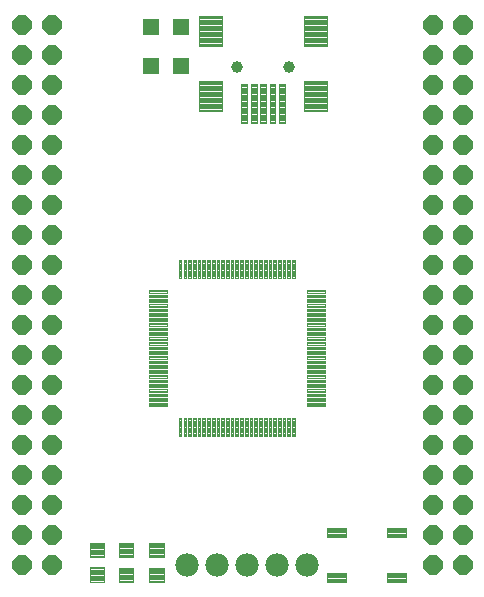
<source format=gts>
G75*
G70*
%OFA0B0*%
%FSLAX24Y24*%
%IPPOS*%
%LPD*%
%AMOC8*
5,1,8,0,0,1.08239X$1,22.5*
%
%ADD10C,0.0040*%
%ADD11C,0.0041*%
%ADD12C,0.0040*%
%ADD13C,0.0394*%
%ADD14C,0.0780*%
%ADD15R,0.0555X0.0555*%
%ADD16OC8,0.0640*%
%ADD17C,0.0041*%
%ADD18C,0.0041*%
D10*
X006792Y010419D02*
X006792Y011009D01*
X006882Y011009D01*
X006882Y010419D01*
X006792Y010419D01*
X006792Y010458D02*
X006882Y010458D01*
X006882Y010497D02*
X006792Y010497D01*
X006792Y010536D02*
X006882Y010536D01*
X006882Y010575D02*
X006792Y010575D01*
X006792Y010614D02*
X006882Y010614D01*
X006882Y010653D02*
X006792Y010653D01*
X006792Y010692D02*
X006882Y010692D01*
X006882Y010731D02*
X006792Y010731D01*
X006792Y010770D02*
X006882Y010770D01*
X006882Y010809D02*
X006792Y010809D01*
X006792Y010848D02*
X006882Y010848D01*
X006882Y010887D02*
X006792Y010887D01*
X006792Y010926D02*
X006882Y010926D01*
X006882Y010965D02*
X006792Y010965D01*
X006792Y011004D02*
X006882Y011004D01*
X006950Y011009D02*
X006950Y010419D01*
X006950Y011009D02*
X007040Y011009D01*
X007040Y010419D01*
X006950Y010419D01*
X006950Y010458D02*
X007040Y010458D01*
X007040Y010497D02*
X006950Y010497D01*
X006950Y010536D02*
X007040Y010536D01*
X007040Y010575D02*
X006950Y010575D01*
X006950Y010614D02*
X007040Y010614D01*
X007040Y010653D02*
X006950Y010653D01*
X006950Y010692D02*
X007040Y010692D01*
X007040Y010731D02*
X006950Y010731D01*
X006950Y010770D02*
X007040Y010770D01*
X007040Y010809D02*
X006950Y010809D01*
X006950Y010848D02*
X007040Y010848D01*
X007040Y010887D02*
X006950Y010887D01*
X006950Y010926D02*
X007040Y010926D01*
X007040Y010965D02*
X006950Y010965D01*
X006950Y011004D02*
X007040Y011004D01*
X007107Y011009D02*
X007107Y010419D01*
X007107Y011009D02*
X007197Y011009D01*
X007197Y010419D01*
X007107Y010419D01*
X007107Y010458D02*
X007197Y010458D01*
X007197Y010497D02*
X007107Y010497D01*
X007107Y010536D02*
X007197Y010536D01*
X007197Y010575D02*
X007107Y010575D01*
X007107Y010614D02*
X007197Y010614D01*
X007197Y010653D02*
X007107Y010653D01*
X007107Y010692D02*
X007197Y010692D01*
X007197Y010731D02*
X007107Y010731D01*
X007107Y010770D02*
X007197Y010770D01*
X007197Y010809D02*
X007107Y010809D01*
X007107Y010848D02*
X007197Y010848D01*
X007197Y010887D02*
X007107Y010887D01*
X007107Y010926D02*
X007197Y010926D01*
X007197Y010965D02*
X007107Y010965D01*
X007107Y011004D02*
X007197Y011004D01*
X007265Y011009D02*
X007265Y010419D01*
X007265Y011009D02*
X007355Y011009D01*
X007355Y010419D01*
X007265Y010419D01*
X007265Y010458D02*
X007355Y010458D01*
X007355Y010497D02*
X007265Y010497D01*
X007265Y010536D02*
X007355Y010536D01*
X007355Y010575D02*
X007265Y010575D01*
X007265Y010614D02*
X007355Y010614D01*
X007355Y010653D02*
X007265Y010653D01*
X007265Y010692D02*
X007355Y010692D01*
X007355Y010731D02*
X007265Y010731D01*
X007265Y010770D02*
X007355Y010770D01*
X007355Y010809D02*
X007265Y010809D01*
X007265Y010848D02*
X007355Y010848D01*
X007355Y010887D02*
X007265Y010887D01*
X007265Y010926D02*
X007355Y010926D01*
X007355Y010965D02*
X007265Y010965D01*
X007265Y011004D02*
X007355Y011004D01*
X007422Y011009D02*
X007422Y010419D01*
X007422Y011009D02*
X007512Y011009D01*
X007512Y010419D01*
X007422Y010419D01*
X007422Y010458D02*
X007512Y010458D01*
X007512Y010497D02*
X007422Y010497D01*
X007422Y010536D02*
X007512Y010536D01*
X007512Y010575D02*
X007422Y010575D01*
X007422Y010614D02*
X007512Y010614D01*
X007512Y010653D02*
X007422Y010653D01*
X007422Y010692D02*
X007512Y010692D01*
X007512Y010731D02*
X007422Y010731D01*
X007422Y010770D02*
X007512Y010770D01*
X007512Y010809D02*
X007422Y010809D01*
X007422Y010848D02*
X007512Y010848D01*
X007512Y010887D02*
X007422Y010887D01*
X007422Y010926D02*
X007512Y010926D01*
X007512Y010965D02*
X007422Y010965D01*
X007422Y011004D02*
X007512Y011004D01*
X007580Y011009D02*
X007580Y010419D01*
X007580Y011009D02*
X007670Y011009D01*
X007670Y010419D01*
X007580Y010419D01*
X007580Y010458D02*
X007670Y010458D01*
X007670Y010497D02*
X007580Y010497D01*
X007580Y010536D02*
X007670Y010536D01*
X007670Y010575D02*
X007580Y010575D01*
X007580Y010614D02*
X007670Y010614D01*
X007670Y010653D02*
X007580Y010653D01*
X007580Y010692D02*
X007670Y010692D01*
X007670Y010731D02*
X007580Y010731D01*
X007580Y010770D02*
X007670Y010770D01*
X007670Y010809D02*
X007580Y010809D01*
X007580Y010848D02*
X007670Y010848D01*
X007670Y010887D02*
X007580Y010887D01*
X007580Y010926D02*
X007670Y010926D01*
X007670Y010965D02*
X007580Y010965D01*
X007580Y011004D02*
X007670Y011004D01*
X007737Y011009D02*
X007737Y010419D01*
X007737Y011009D02*
X007827Y011009D01*
X007827Y010419D01*
X007737Y010419D01*
X007737Y010458D02*
X007827Y010458D01*
X007827Y010497D02*
X007737Y010497D01*
X007737Y010536D02*
X007827Y010536D01*
X007827Y010575D02*
X007737Y010575D01*
X007737Y010614D02*
X007827Y010614D01*
X007827Y010653D02*
X007737Y010653D01*
X007737Y010692D02*
X007827Y010692D01*
X007827Y010731D02*
X007737Y010731D01*
X007737Y010770D02*
X007827Y010770D01*
X007827Y010809D02*
X007737Y010809D01*
X007737Y010848D02*
X007827Y010848D01*
X007827Y010887D02*
X007737Y010887D01*
X007737Y010926D02*
X007827Y010926D01*
X007827Y010965D02*
X007737Y010965D01*
X007737Y011004D02*
X007827Y011004D01*
X007895Y011009D02*
X007895Y010419D01*
X007895Y011009D02*
X007985Y011009D01*
X007985Y010419D01*
X007895Y010419D01*
X007895Y010458D02*
X007985Y010458D01*
X007985Y010497D02*
X007895Y010497D01*
X007895Y010536D02*
X007985Y010536D01*
X007985Y010575D02*
X007895Y010575D01*
X007895Y010614D02*
X007985Y010614D01*
X007985Y010653D02*
X007895Y010653D01*
X007895Y010692D02*
X007985Y010692D01*
X007985Y010731D02*
X007895Y010731D01*
X007895Y010770D02*
X007985Y010770D01*
X007985Y010809D02*
X007895Y010809D01*
X007895Y010848D02*
X007985Y010848D01*
X007985Y010887D02*
X007895Y010887D01*
X007895Y010926D02*
X007985Y010926D01*
X007985Y010965D02*
X007895Y010965D01*
X007895Y011004D02*
X007985Y011004D01*
X008052Y011009D02*
X008052Y010419D01*
X008052Y011009D02*
X008142Y011009D01*
X008142Y010419D01*
X008052Y010419D01*
X008052Y010458D02*
X008142Y010458D01*
X008142Y010497D02*
X008052Y010497D01*
X008052Y010536D02*
X008142Y010536D01*
X008142Y010575D02*
X008052Y010575D01*
X008052Y010614D02*
X008142Y010614D01*
X008142Y010653D02*
X008052Y010653D01*
X008052Y010692D02*
X008142Y010692D01*
X008142Y010731D02*
X008052Y010731D01*
X008052Y010770D02*
X008142Y010770D01*
X008142Y010809D02*
X008052Y010809D01*
X008052Y010848D02*
X008142Y010848D01*
X008142Y010887D02*
X008052Y010887D01*
X008052Y010926D02*
X008142Y010926D01*
X008142Y010965D02*
X008052Y010965D01*
X008052Y011004D02*
X008142Y011004D01*
X008210Y011009D02*
X008210Y010419D01*
X008210Y011009D02*
X008300Y011009D01*
X008300Y010419D01*
X008210Y010419D01*
X008210Y010458D02*
X008300Y010458D01*
X008300Y010497D02*
X008210Y010497D01*
X008210Y010536D02*
X008300Y010536D01*
X008300Y010575D02*
X008210Y010575D01*
X008210Y010614D02*
X008300Y010614D01*
X008300Y010653D02*
X008210Y010653D01*
X008210Y010692D02*
X008300Y010692D01*
X008300Y010731D02*
X008210Y010731D01*
X008210Y010770D02*
X008300Y010770D01*
X008300Y010809D02*
X008210Y010809D01*
X008210Y010848D02*
X008300Y010848D01*
X008300Y010887D02*
X008210Y010887D01*
X008210Y010926D02*
X008300Y010926D01*
X008300Y010965D02*
X008210Y010965D01*
X008210Y011004D02*
X008300Y011004D01*
X008367Y011009D02*
X008367Y010419D01*
X008367Y011009D02*
X008457Y011009D01*
X008457Y010419D01*
X008367Y010419D01*
X008367Y010458D02*
X008457Y010458D01*
X008457Y010497D02*
X008367Y010497D01*
X008367Y010536D02*
X008457Y010536D01*
X008457Y010575D02*
X008367Y010575D01*
X008367Y010614D02*
X008457Y010614D01*
X008457Y010653D02*
X008367Y010653D01*
X008367Y010692D02*
X008457Y010692D01*
X008457Y010731D02*
X008367Y010731D01*
X008367Y010770D02*
X008457Y010770D01*
X008457Y010809D02*
X008367Y010809D01*
X008367Y010848D02*
X008457Y010848D01*
X008457Y010887D02*
X008367Y010887D01*
X008367Y010926D02*
X008457Y010926D01*
X008457Y010965D02*
X008367Y010965D01*
X008367Y011004D02*
X008457Y011004D01*
X008524Y011009D02*
X008524Y010419D01*
X008524Y011009D02*
X008614Y011009D01*
X008614Y010419D01*
X008524Y010419D01*
X008524Y010458D02*
X008614Y010458D01*
X008614Y010497D02*
X008524Y010497D01*
X008524Y010536D02*
X008614Y010536D01*
X008614Y010575D02*
X008524Y010575D01*
X008524Y010614D02*
X008614Y010614D01*
X008614Y010653D02*
X008524Y010653D01*
X008524Y010692D02*
X008614Y010692D01*
X008614Y010731D02*
X008524Y010731D01*
X008524Y010770D02*
X008614Y010770D01*
X008614Y010809D02*
X008524Y010809D01*
X008524Y010848D02*
X008614Y010848D01*
X008614Y010887D02*
X008524Y010887D01*
X008524Y010926D02*
X008614Y010926D01*
X008614Y010965D02*
X008524Y010965D01*
X008524Y011004D02*
X008614Y011004D01*
X008682Y011009D02*
X008682Y010419D01*
X008682Y011009D02*
X008772Y011009D01*
X008772Y010419D01*
X008682Y010419D01*
X008682Y010458D02*
X008772Y010458D01*
X008772Y010497D02*
X008682Y010497D01*
X008682Y010536D02*
X008772Y010536D01*
X008772Y010575D02*
X008682Y010575D01*
X008682Y010614D02*
X008772Y010614D01*
X008772Y010653D02*
X008682Y010653D01*
X008682Y010692D02*
X008772Y010692D01*
X008772Y010731D02*
X008682Y010731D01*
X008682Y010770D02*
X008772Y010770D01*
X008772Y010809D02*
X008682Y010809D01*
X008682Y010848D02*
X008772Y010848D01*
X008772Y010887D02*
X008682Y010887D01*
X008682Y010926D02*
X008772Y010926D01*
X008772Y010965D02*
X008682Y010965D01*
X008682Y011004D02*
X008772Y011004D01*
X008839Y011009D02*
X008839Y010419D01*
X008839Y011009D02*
X008929Y011009D01*
X008929Y010419D01*
X008839Y010419D01*
X008839Y010458D02*
X008929Y010458D01*
X008929Y010497D02*
X008839Y010497D01*
X008839Y010536D02*
X008929Y010536D01*
X008929Y010575D02*
X008839Y010575D01*
X008839Y010614D02*
X008929Y010614D01*
X008929Y010653D02*
X008839Y010653D01*
X008839Y010692D02*
X008929Y010692D01*
X008929Y010731D02*
X008839Y010731D01*
X008839Y010770D02*
X008929Y010770D01*
X008929Y010809D02*
X008839Y010809D01*
X008839Y010848D02*
X008929Y010848D01*
X008929Y010887D02*
X008839Y010887D01*
X008839Y010926D02*
X008929Y010926D01*
X008929Y010965D02*
X008839Y010965D01*
X008839Y011004D02*
X008929Y011004D01*
X008997Y011009D02*
X008997Y010419D01*
X008997Y011009D02*
X009087Y011009D01*
X009087Y010419D01*
X008997Y010419D01*
X008997Y010458D02*
X009087Y010458D01*
X009087Y010497D02*
X008997Y010497D01*
X008997Y010536D02*
X009087Y010536D01*
X009087Y010575D02*
X008997Y010575D01*
X008997Y010614D02*
X009087Y010614D01*
X009087Y010653D02*
X008997Y010653D01*
X008997Y010692D02*
X009087Y010692D01*
X009087Y010731D02*
X008997Y010731D01*
X008997Y010770D02*
X009087Y010770D01*
X009087Y010809D02*
X008997Y010809D01*
X008997Y010848D02*
X009087Y010848D01*
X009087Y010887D02*
X008997Y010887D01*
X008997Y010926D02*
X009087Y010926D01*
X009087Y010965D02*
X008997Y010965D01*
X008997Y011004D02*
X009087Y011004D01*
X009154Y011009D02*
X009154Y010419D01*
X009154Y011009D02*
X009244Y011009D01*
X009244Y010419D01*
X009154Y010419D01*
X009154Y010458D02*
X009244Y010458D01*
X009244Y010497D02*
X009154Y010497D01*
X009154Y010536D02*
X009244Y010536D01*
X009244Y010575D02*
X009154Y010575D01*
X009154Y010614D02*
X009244Y010614D01*
X009244Y010653D02*
X009154Y010653D01*
X009154Y010692D02*
X009244Y010692D01*
X009244Y010731D02*
X009154Y010731D01*
X009154Y010770D02*
X009244Y010770D01*
X009244Y010809D02*
X009154Y010809D01*
X009154Y010848D02*
X009244Y010848D01*
X009244Y010887D02*
X009154Y010887D01*
X009154Y010926D02*
X009244Y010926D01*
X009244Y010965D02*
X009154Y010965D01*
X009154Y011004D02*
X009244Y011004D01*
X009312Y011009D02*
X009312Y010419D01*
X009312Y011009D02*
X009402Y011009D01*
X009402Y010419D01*
X009312Y010419D01*
X009312Y010458D02*
X009402Y010458D01*
X009402Y010497D02*
X009312Y010497D01*
X009312Y010536D02*
X009402Y010536D01*
X009402Y010575D02*
X009312Y010575D01*
X009312Y010614D02*
X009402Y010614D01*
X009402Y010653D02*
X009312Y010653D01*
X009312Y010692D02*
X009402Y010692D01*
X009402Y010731D02*
X009312Y010731D01*
X009312Y010770D02*
X009402Y010770D01*
X009402Y010809D02*
X009312Y010809D01*
X009312Y010848D02*
X009402Y010848D01*
X009402Y010887D02*
X009312Y010887D01*
X009312Y010926D02*
X009402Y010926D01*
X009402Y010965D02*
X009312Y010965D01*
X009312Y011004D02*
X009402Y011004D01*
X009469Y011009D02*
X009469Y010419D01*
X009469Y011009D02*
X009559Y011009D01*
X009559Y010419D01*
X009469Y010419D01*
X009469Y010458D02*
X009559Y010458D01*
X009559Y010497D02*
X009469Y010497D01*
X009469Y010536D02*
X009559Y010536D01*
X009559Y010575D02*
X009469Y010575D01*
X009469Y010614D02*
X009559Y010614D01*
X009559Y010653D02*
X009469Y010653D01*
X009469Y010692D02*
X009559Y010692D01*
X009559Y010731D02*
X009469Y010731D01*
X009469Y010770D02*
X009559Y010770D01*
X009559Y010809D02*
X009469Y010809D01*
X009469Y010848D02*
X009559Y010848D01*
X009559Y010887D02*
X009469Y010887D01*
X009469Y010926D02*
X009559Y010926D01*
X009559Y010965D02*
X009469Y010965D01*
X009469Y011004D02*
X009559Y011004D01*
X009627Y011009D02*
X009627Y010419D01*
X009627Y011009D02*
X009717Y011009D01*
X009717Y010419D01*
X009627Y010419D01*
X009627Y010458D02*
X009717Y010458D01*
X009717Y010497D02*
X009627Y010497D01*
X009627Y010536D02*
X009717Y010536D01*
X009717Y010575D02*
X009627Y010575D01*
X009627Y010614D02*
X009717Y010614D01*
X009717Y010653D02*
X009627Y010653D01*
X009627Y010692D02*
X009717Y010692D01*
X009717Y010731D02*
X009627Y010731D01*
X009627Y010770D02*
X009717Y010770D01*
X009717Y010809D02*
X009627Y010809D01*
X009627Y010848D02*
X009717Y010848D01*
X009717Y010887D02*
X009627Y010887D01*
X009627Y010926D02*
X009717Y010926D01*
X009717Y010965D02*
X009627Y010965D01*
X009627Y011004D02*
X009717Y011004D01*
X009784Y011009D02*
X009784Y010419D01*
X009784Y011009D02*
X009874Y011009D01*
X009874Y010419D01*
X009784Y010419D01*
X009784Y010458D02*
X009874Y010458D01*
X009874Y010497D02*
X009784Y010497D01*
X009784Y010536D02*
X009874Y010536D01*
X009874Y010575D02*
X009784Y010575D01*
X009784Y010614D02*
X009874Y010614D01*
X009874Y010653D02*
X009784Y010653D01*
X009784Y010692D02*
X009874Y010692D01*
X009874Y010731D02*
X009784Y010731D01*
X009784Y010770D02*
X009874Y010770D01*
X009874Y010809D02*
X009784Y010809D01*
X009784Y010848D02*
X009874Y010848D01*
X009874Y010887D02*
X009784Y010887D01*
X009784Y010926D02*
X009874Y010926D01*
X009874Y010965D02*
X009784Y010965D01*
X009784Y011004D02*
X009874Y011004D01*
X009942Y011009D02*
X009942Y010419D01*
X009942Y011009D02*
X010032Y011009D01*
X010032Y010419D01*
X009942Y010419D01*
X009942Y010458D02*
X010032Y010458D01*
X010032Y010497D02*
X009942Y010497D01*
X009942Y010536D02*
X010032Y010536D01*
X010032Y010575D02*
X009942Y010575D01*
X009942Y010614D02*
X010032Y010614D01*
X010032Y010653D02*
X009942Y010653D01*
X009942Y010692D02*
X010032Y010692D01*
X010032Y010731D02*
X009942Y010731D01*
X009942Y010770D02*
X010032Y010770D01*
X010032Y010809D02*
X009942Y010809D01*
X009942Y010848D02*
X010032Y010848D01*
X010032Y010887D02*
X009942Y010887D01*
X009942Y010926D02*
X010032Y010926D01*
X010032Y010965D02*
X009942Y010965D01*
X009942Y011004D02*
X010032Y011004D01*
X010099Y011009D02*
X010099Y010419D01*
X010099Y011009D02*
X010189Y011009D01*
X010189Y010419D01*
X010099Y010419D01*
X010099Y010458D02*
X010189Y010458D01*
X010189Y010497D02*
X010099Y010497D01*
X010099Y010536D02*
X010189Y010536D01*
X010189Y010575D02*
X010099Y010575D01*
X010099Y010614D02*
X010189Y010614D01*
X010189Y010653D02*
X010099Y010653D01*
X010099Y010692D02*
X010189Y010692D01*
X010189Y010731D02*
X010099Y010731D01*
X010099Y010770D02*
X010189Y010770D01*
X010189Y010809D02*
X010099Y010809D01*
X010099Y010848D02*
X010189Y010848D01*
X010189Y010887D02*
X010099Y010887D01*
X010099Y010926D02*
X010189Y010926D01*
X010189Y010965D02*
X010099Y010965D01*
X010099Y011004D02*
X010189Y011004D01*
X010257Y011009D02*
X010257Y010419D01*
X010257Y011009D02*
X010347Y011009D01*
X010347Y010419D01*
X010257Y010419D01*
X010257Y010458D02*
X010347Y010458D01*
X010347Y010497D02*
X010257Y010497D01*
X010257Y010536D02*
X010347Y010536D01*
X010347Y010575D02*
X010257Y010575D01*
X010257Y010614D02*
X010347Y010614D01*
X010347Y010653D02*
X010257Y010653D01*
X010257Y010692D02*
X010347Y010692D01*
X010347Y010731D02*
X010257Y010731D01*
X010257Y010770D02*
X010347Y010770D01*
X010347Y010809D02*
X010257Y010809D01*
X010257Y010848D02*
X010347Y010848D01*
X010347Y010887D02*
X010257Y010887D01*
X010257Y010926D02*
X010347Y010926D01*
X010347Y010965D02*
X010257Y010965D01*
X010257Y011004D02*
X010347Y011004D01*
X010414Y011009D02*
X010414Y010419D01*
X010414Y011009D02*
X010504Y011009D01*
X010504Y010419D01*
X010414Y010419D01*
X010414Y010458D02*
X010504Y010458D01*
X010504Y010497D02*
X010414Y010497D01*
X010414Y010536D02*
X010504Y010536D01*
X010504Y010575D02*
X010414Y010575D01*
X010414Y010614D02*
X010504Y010614D01*
X010504Y010653D02*
X010414Y010653D01*
X010414Y010692D02*
X010504Y010692D01*
X010504Y010731D02*
X010414Y010731D01*
X010414Y010770D02*
X010504Y010770D01*
X010504Y010809D02*
X010414Y010809D01*
X010414Y010848D02*
X010504Y010848D01*
X010504Y010887D02*
X010414Y010887D01*
X010414Y010926D02*
X010504Y010926D01*
X010504Y010965D02*
X010414Y010965D01*
X010414Y011004D02*
X010504Y011004D01*
X010572Y011009D02*
X010572Y010419D01*
X010572Y011009D02*
X010662Y011009D01*
X010662Y010419D01*
X010572Y010419D01*
X010572Y010458D02*
X010662Y010458D01*
X010662Y010497D02*
X010572Y010497D01*
X010572Y010536D02*
X010662Y010536D01*
X010662Y010575D02*
X010572Y010575D01*
X010572Y010614D02*
X010662Y010614D01*
X010662Y010653D02*
X010572Y010653D01*
X010572Y010692D02*
X010662Y010692D01*
X010662Y010731D02*
X010572Y010731D01*
X010572Y010770D02*
X010662Y010770D01*
X010662Y010809D02*
X010572Y010809D01*
X010572Y010848D02*
X010662Y010848D01*
X010662Y010887D02*
X010572Y010887D01*
X010572Y010926D02*
X010662Y010926D01*
X010662Y010965D02*
X010572Y010965D01*
X010572Y011004D02*
X010662Y011004D01*
X011070Y011417D02*
X011660Y011417D01*
X011070Y011417D02*
X011070Y011507D01*
X011660Y011507D01*
X011660Y011417D01*
X011660Y011456D02*
X011070Y011456D01*
X011070Y011495D02*
X011660Y011495D01*
X011660Y011575D02*
X011070Y011575D01*
X011070Y011665D01*
X011660Y011665D01*
X011660Y011575D01*
X011660Y011614D02*
X011070Y011614D01*
X011070Y011653D02*
X011660Y011653D01*
X011660Y011732D02*
X011070Y011732D01*
X011070Y011822D01*
X011660Y011822D01*
X011660Y011732D01*
X011660Y011771D02*
X011070Y011771D01*
X011070Y011810D02*
X011660Y011810D01*
X011660Y011890D02*
X011070Y011890D01*
X011070Y011980D01*
X011660Y011980D01*
X011660Y011890D01*
X011660Y011929D02*
X011070Y011929D01*
X011070Y011968D02*
X011660Y011968D01*
X011660Y012047D02*
X011070Y012047D01*
X011070Y012137D01*
X011660Y012137D01*
X011660Y012047D01*
X011660Y012086D02*
X011070Y012086D01*
X011070Y012125D02*
X011660Y012125D01*
X011660Y012205D02*
X011070Y012205D01*
X011070Y012295D01*
X011660Y012295D01*
X011660Y012205D01*
X011660Y012244D02*
X011070Y012244D01*
X011070Y012283D02*
X011660Y012283D01*
X011660Y012362D02*
X011070Y012362D01*
X011070Y012452D01*
X011660Y012452D01*
X011660Y012362D01*
X011660Y012401D02*
X011070Y012401D01*
X011070Y012440D02*
X011660Y012440D01*
X011660Y012519D02*
X011070Y012519D01*
X011070Y012609D01*
X011660Y012609D01*
X011660Y012519D01*
X011660Y012558D02*
X011070Y012558D01*
X011070Y012597D02*
X011660Y012597D01*
X011660Y012677D02*
X011070Y012677D01*
X011070Y012767D01*
X011660Y012767D01*
X011660Y012677D01*
X011660Y012716D02*
X011070Y012716D01*
X011070Y012755D02*
X011660Y012755D01*
X011660Y012834D02*
X011070Y012834D01*
X011070Y012924D01*
X011660Y012924D01*
X011660Y012834D01*
X011660Y012873D02*
X011070Y012873D01*
X011070Y012912D02*
X011660Y012912D01*
X011660Y012992D02*
X011070Y012992D01*
X011070Y013082D01*
X011660Y013082D01*
X011660Y012992D01*
X011660Y013031D02*
X011070Y013031D01*
X011070Y013070D02*
X011660Y013070D01*
X011660Y013149D02*
X011070Y013149D01*
X011070Y013239D01*
X011660Y013239D01*
X011660Y013149D01*
X011660Y013188D02*
X011070Y013188D01*
X011070Y013227D02*
X011660Y013227D01*
X011660Y013307D02*
X011070Y013307D01*
X011070Y013397D01*
X011660Y013397D01*
X011660Y013307D01*
X011660Y013346D02*
X011070Y013346D01*
X011070Y013385D02*
X011660Y013385D01*
X011660Y013464D02*
X011070Y013464D01*
X011070Y013554D01*
X011660Y013554D01*
X011660Y013464D01*
X011660Y013503D02*
X011070Y013503D01*
X011070Y013542D02*
X011660Y013542D01*
X011660Y013622D02*
X011070Y013622D01*
X011070Y013712D01*
X011660Y013712D01*
X011660Y013622D01*
X011660Y013661D02*
X011070Y013661D01*
X011070Y013700D02*
X011660Y013700D01*
X011660Y013779D02*
X011070Y013779D01*
X011070Y013869D01*
X011660Y013869D01*
X011660Y013779D01*
X011660Y013818D02*
X011070Y013818D01*
X011070Y013857D02*
X011660Y013857D01*
X011660Y013937D02*
X011070Y013937D01*
X011070Y014027D01*
X011660Y014027D01*
X011660Y013937D01*
X011660Y013976D02*
X011070Y013976D01*
X011070Y014015D02*
X011660Y014015D01*
X011660Y014094D02*
X011070Y014094D01*
X011070Y014184D01*
X011660Y014184D01*
X011660Y014094D01*
X011660Y014133D02*
X011070Y014133D01*
X011070Y014172D02*
X011660Y014172D01*
X011660Y014252D02*
X011070Y014252D01*
X011070Y014342D01*
X011660Y014342D01*
X011660Y014252D01*
X011660Y014291D02*
X011070Y014291D01*
X011070Y014330D02*
X011660Y014330D01*
X011660Y014409D02*
X011070Y014409D01*
X011070Y014499D01*
X011660Y014499D01*
X011660Y014409D01*
X011660Y014448D02*
X011070Y014448D01*
X011070Y014487D02*
X011660Y014487D01*
X011660Y014567D02*
X011070Y014567D01*
X011070Y014657D01*
X011660Y014657D01*
X011660Y014567D01*
X011660Y014606D02*
X011070Y014606D01*
X011070Y014645D02*
X011660Y014645D01*
X011660Y014724D02*
X011070Y014724D01*
X011070Y014814D01*
X011660Y014814D01*
X011660Y014724D01*
X011660Y014763D02*
X011070Y014763D01*
X011070Y014802D02*
X011660Y014802D01*
X011660Y014882D02*
X011070Y014882D01*
X011070Y014972D01*
X011660Y014972D01*
X011660Y014882D01*
X011660Y014921D02*
X011070Y014921D01*
X011070Y014960D02*
X011660Y014960D01*
X011660Y015039D02*
X011070Y015039D01*
X011070Y015129D01*
X011660Y015129D01*
X011660Y015039D01*
X011660Y015078D02*
X011070Y015078D01*
X011070Y015117D02*
X011660Y015117D01*
X011660Y015197D02*
X011070Y015197D01*
X011070Y015287D01*
X011660Y015287D01*
X011660Y015197D01*
X011660Y015236D02*
X011070Y015236D01*
X011070Y015275D02*
X011660Y015275D01*
X010662Y015695D02*
X010662Y016285D01*
X010662Y015695D02*
X010572Y015695D01*
X010572Y016285D01*
X010662Y016285D01*
X010662Y015734D02*
X010572Y015734D01*
X010572Y015773D02*
X010662Y015773D01*
X010662Y015812D02*
X010572Y015812D01*
X010572Y015851D02*
X010662Y015851D01*
X010662Y015890D02*
X010572Y015890D01*
X010572Y015929D02*
X010662Y015929D01*
X010662Y015968D02*
X010572Y015968D01*
X010572Y016007D02*
X010662Y016007D01*
X010662Y016046D02*
X010572Y016046D01*
X010572Y016085D02*
X010662Y016085D01*
X010662Y016124D02*
X010572Y016124D01*
X010572Y016163D02*
X010662Y016163D01*
X010662Y016202D02*
X010572Y016202D01*
X010572Y016241D02*
X010662Y016241D01*
X010662Y016280D02*
X010572Y016280D01*
X010504Y016285D02*
X010504Y015695D01*
X010414Y015695D01*
X010414Y016285D01*
X010504Y016285D01*
X010504Y015734D02*
X010414Y015734D01*
X010414Y015773D02*
X010504Y015773D01*
X010504Y015812D02*
X010414Y015812D01*
X010414Y015851D02*
X010504Y015851D01*
X010504Y015890D02*
X010414Y015890D01*
X010414Y015929D02*
X010504Y015929D01*
X010504Y015968D02*
X010414Y015968D01*
X010414Y016007D02*
X010504Y016007D01*
X010504Y016046D02*
X010414Y016046D01*
X010414Y016085D02*
X010504Y016085D01*
X010504Y016124D02*
X010414Y016124D01*
X010414Y016163D02*
X010504Y016163D01*
X010504Y016202D02*
X010414Y016202D01*
X010414Y016241D02*
X010504Y016241D01*
X010504Y016280D02*
X010414Y016280D01*
X010347Y016285D02*
X010347Y015695D01*
X010257Y015695D01*
X010257Y016285D01*
X010347Y016285D01*
X010347Y015734D02*
X010257Y015734D01*
X010257Y015773D02*
X010347Y015773D01*
X010347Y015812D02*
X010257Y015812D01*
X010257Y015851D02*
X010347Y015851D01*
X010347Y015890D02*
X010257Y015890D01*
X010257Y015929D02*
X010347Y015929D01*
X010347Y015968D02*
X010257Y015968D01*
X010257Y016007D02*
X010347Y016007D01*
X010347Y016046D02*
X010257Y016046D01*
X010257Y016085D02*
X010347Y016085D01*
X010347Y016124D02*
X010257Y016124D01*
X010257Y016163D02*
X010347Y016163D01*
X010347Y016202D02*
X010257Y016202D01*
X010257Y016241D02*
X010347Y016241D01*
X010347Y016280D02*
X010257Y016280D01*
X010189Y016285D02*
X010189Y015695D01*
X010099Y015695D01*
X010099Y016285D01*
X010189Y016285D01*
X010189Y015734D02*
X010099Y015734D01*
X010099Y015773D02*
X010189Y015773D01*
X010189Y015812D02*
X010099Y015812D01*
X010099Y015851D02*
X010189Y015851D01*
X010189Y015890D02*
X010099Y015890D01*
X010099Y015929D02*
X010189Y015929D01*
X010189Y015968D02*
X010099Y015968D01*
X010099Y016007D02*
X010189Y016007D01*
X010189Y016046D02*
X010099Y016046D01*
X010099Y016085D02*
X010189Y016085D01*
X010189Y016124D02*
X010099Y016124D01*
X010099Y016163D02*
X010189Y016163D01*
X010189Y016202D02*
X010099Y016202D01*
X010099Y016241D02*
X010189Y016241D01*
X010189Y016280D02*
X010099Y016280D01*
X010032Y016285D02*
X010032Y015695D01*
X009942Y015695D01*
X009942Y016285D01*
X010032Y016285D01*
X010032Y015734D02*
X009942Y015734D01*
X009942Y015773D02*
X010032Y015773D01*
X010032Y015812D02*
X009942Y015812D01*
X009942Y015851D02*
X010032Y015851D01*
X010032Y015890D02*
X009942Y015890D01*
X009942Y015929D02*
X010032Y015929D01*
X010032Y015968D02*
X009942Y015968D01*
X009942Y016007D02*
X010032Y016007D01*
X010032Y016046D02*
X009942Y016046D01*
X009942Y016085D02*
X010032Y016085D01*
X010032Y016124D02*
X009942Y016124D01*
X009942Y016163D02*
X010032Y016163D01*
X010032Y016202D02*
X009942Y016202D01*
X009942Y016241D02*
X010032Y016241D01*
X010032Y016280D02*
X009942Y016280D01*
X009874Y016285D02*
X009874Y015695D01*
X009784Y015695D01*
X009784Y016285D01*
X009874Y016285D01*
X009874Y015734D02*
X009784Y015734D01*
X009784Y015773D02*
X009874Y015773D01*
X009874Y015812D02*
X009784Y015812D01*
X009784Y015851D02*
X009874Y015851D01*
X009874Y015890D02*
X009784Y015890D01*
X009784Y015929D02*
X009874Y015929D01*
X009874Y015968D02*
X009784Y015968D01*
X009784Y016007D02*
X009874Y016007D01*
X009874Y016046D02*
X009784Y016046D01*
X009784Y016085D02*
X009874Y016085D01*
X009874Y016124D02*
X009784Y016124D01*
X009784Y016163D02*
X009874Y016163D01*
X009874Y016202D02*
X009784Y016202D01*
X009784Y016241D02*
X009874Y016241D01*
X009874Y016280D02*
X009784Y016280D01*
X009717Y016285D02*
X009717Y015695D01*
X009627Y015695D01*
X009627Y016285D01*
X009717Y016285D01*
X009717Y015734D02*
X009627Y015734D01*
X009627Y015773D02*
X009717Y015773D01*
X009717Y015812D02*
X009627Y015812D01*
X009627Y015851D02*
X009717Y015851D01*
X009717Y015890D02*
X009627Y015890D01*
X009627Y015929D02*
X009717Y015929D01*
X009717Y015968D02*
X009627Y015968D01*
X009627Y016007D02*
X009717Y016007D01*
X009717Y016046D02*
X009627Y016046D01*
X009627Y016085D02*
X009717Y016085D01*
X009717Y016124D02*
X009627Y016124D01*
X009627Y016163D02*
X009717Y016163D01*
X009717Y016202D02*
X009627Y016202D01*
X009627Y016241D02*
X009717Y016241D01*
X009717Y016280D02*
X009627Y016280D01*
X009559Y016285D02*
X009559Y015695D01*
X009469Y015695D01*
X009469Y016285D01*
X009559Y016285D01*
X009559Y015734D02*
X009469Y015734D01*
X009469Y015773D02*
X009559Y015773D01*
X009559Y015812D02*
X009469Y015812D01*
X009469Y015851D02*
X009559Y015851D01*
X009559Y015890D02*
X009469Y015890D01*
X009469Y015929D02*
X009559Y015929D01*
X009559Y015968D02*
X009469Y015968D01*
X009469Y016007D02*
X009559Y016007D01*
X009559Y016046D02*
X009469Y016046D01*
X009469Y016085D02*
X009559Y016085D01*
X009559Y016124D02*
X009469Y016124D01*
X009469Y016163D02*
X009559Y016163D01*
X009559Y016202D02*
X009469Y016202D01*
X009469Y016241D02*
X009559Y016241D01*
X009559Y016280D02*
X009469Y016280D01*
X009402Y016285D02*
X009402Y015695D01*
X009312Y015695D01*
X009312Y016285D01*
X009402Y016285D01*
X009402Y015734D02*
X009312Y015734D01*
X009312Y015773D02*
X009402Y015773D01*
X009402Y015812D02*
X009312Y015812D01*
X009312Y015851D02*
X009402Y015851D01*
X009402Y015890D02*
X009312Y015890D01*
X009312Y015929D02*
X009402Y015929D01*
X009402Y015968D02*
X009312Y015968D01*
X009312Y016007D02*
X009402Y016007D01*
X009402Y016046D02*
X009312Y016046D01*
X009312Y016085D02*
X009402Y016085D01*
X009402Y016124D02*
X009312Y016124D01*
X009312Y016163D02*
X009402Y016163D01*
X009402Y016202D02*
X009312Y016202D01*
X009312Y016241D02*
X009402Y016241D01*
X009402Y016280D02*
X009312Y016280D01*
X009244Y016285D02*
X009244Y015695D01*
X009154Y015695D01*
X009154Y016285D01*
X009244Y016285D01*
X009244Y015734D02*
X009154Y015734D01*
X009154Y015773D02*
X009244Y015773D01*
X009244Y015812D02*
X009154Y015812D01*
X009154Y015851D02*
X009244Y015851D01*
X009244Y015890D02*
X009154Y015890D01*
X009154Y015929D02*
X009244Y015929D01*
X009244Y015968D02*
X009154Y015968D01*
X009154Y016007D02*
X009244Y016007D01*
X009244Y016046D02*
X009154Y016046D01*
X009154Y016085D02*
X009244Y016085D01*
X009244Y016124D02*
X009154Y016124D01*
X009154Y016163D02*
X009244Y016163D01*
X009244Y016202D02*
X009154Y016202D01*
X009154Y016241D02*
X009244Y016241D01*
X009244Y016280D02*
X009154Y016280D01*
X009087Y016285D02*
X009087Y015695D01*
X008997Y015695D01*
X008997Y016285D01*
X009087Y016285D01*
X009087Y015734D02*
X008997Y015734D01*
X008997Y015773D02*
X009087Y015773D01*
X009087Y015812D02*
X008997Y015812D01*
X008997Y015851D02*
X009087Y015851D01*
X009087Y015890D02*
X008997Y015890D01*
X008997Y015929D02*
X009087Y015929D01*
X009087Y015968D02*
X008997Y015968D01*
X008997Y016007D02*
X009087Y016007D01*
X009087Y016046D02*
X008997Y016046D01*
X008997Y016085D02*
X009087Y016085D01*
X009087Y016124D02*
X008997Y016124D01*
X008997Y016163D02*
X009087Y016163D01*
X009087Y016202D02*
X008997Y016202D01*
X008997Y016241D02*
X009087Y016241D01*
X009087Y016280D02*
X008997Y016280D01*
X008929Y016285D02*
X008929Y015695D01*
X008839Y015695D01*
X008839Y016285D01*
X008929Y016285D01*
X008929Y015734D02*
X008839Y015734D01*
X008839Y015773D02*
X008929Y015773D01*
X008929Y015812D02*
X008839Y015812D01*
X008839Y015851D02*
X008929Y015851D01*
X008929Y015890D02*
X008839Y015890D01*
X008839Y015929D02*
X008929Y015929D01*
X008929Y015968D02*
X008839Y015968D01*
X008839Y016007D02*
X008929Y016007D01*
X008929Y016046D02*
X008839Y016046D01*
X008839Y016085D02*
X008929Y016085D01*
X008929Y016124D02*
X008839Y016124D01*
X008839Y016163D02*
X008929Y016163D01*
X008929Y016202D02*
X008839Y016202D01*
X008839Y016241D02*
X008929Y016241D01*
X008929Y016280D02*
X008839Y016280D01*
X008772Y016285D02*
X008772Y015695D01*
X008682Y015695D01*
X008682Y016285D01*
X008772Y016285D01*
X008772Y015734D02*
X008682Y015734D01*
X008682Y015773D02*
X008772Y015773D01*
X008772Y015812D02*
X008682Y015812D01*
X008682Y015851D02*
X008772Y015851D01*
X008772Y015890D02*
X008682Y015890D01*
X008682Y015929D02*
X008772Y015929D01*
X008772Y015968D02*
X008682Y015968D01*
X008682Y016007D02*
X008772Y016007D01*
X008772Y016046D02*
X008682Y016046D01*
X008682Y016085D02*
X008772Y016085D01*
X008772Y016124D02*
X008682Y016124D01*
X008682Y016163D02*
X008772Y016163D01*
X008772Y016202D02*
X008682Y016202D01*
X008682Y016241D02*
X008772Y016241D01*
X008772Y016280D02*
X008682Y016280D01*
X008614Y016285D02*
X008614Y015695D01*
X008524Y015695D01*
X008524Y016285D01*
X008614Y016285D01*
X008614Y015734D02*
X008524Y015734D01*
X008524Y015773D02*
X008614Y015773D01*
X008614Y015812D02*
X008524Y015812D01*
X008524Y015851D02*
X008614Y015851D01*
X008614Y015890D02*
X008524Y015890D01*
X008524Y015929D02*
X008614Y015929D01*
X008614Y015968D02*
X008524Y015968D01*
X008524Y016007D02*
X008614Y016007D01*
X008614Y016046D02*
X008524Y016046D01*
X008524Y016085D02*
X008614Y016085D01*
X008614Y016124D02*
X008524Y016124D01*
X008524Y016163D02*
X008614Y016163D01*
X008614Y016202D02*
X008524Y016202D01*
X008524Y016241D02*
X008614Y016241D01*
X008614Y016280D02*
X008524Y016280D01*
X008457Y016285D02*
X008457Y015695D01*
X008367Y015695D01*
X008367Y016285D01*
X008457Y016285D01*
X008457Y015734D02*
X008367Y015734D01*
X008367Y015773D02*
X008457Y015773D01*
X008457Y015812D02*
X008367Y015812D01*
X008367Y015851D02*
X008457Y015851D01*
X008457Y015890D02*
X008367Y015890D01*
X008367Y015929D02*
X008457Y015929D01*
X008457Y015968D02*
X008367Y015968D01*
X008367Y016007D02*
X008457Y016007D01*
X008457Y016046D02*
X008367Y016046D01*
X008367Y016085D02*
X008457Y016085D01*
X008457Y016124D02*
X008367Y016124D01*
X008367Y016163D02*
X008457Y016163D01*
X008457Y016202D02*
X008367Y016202D01*
X008367Y016241D02*
X008457Y016241D01*
X008457Y016280D02*
X008367Y016280D01*
X008300Y016285D02*
X008300Y015695D01*
X008210Y015695D01*
X008210Y016285D01*
X008300Y016285D01*
X008300Y015734D02*
X008210Y015734D01*
X008210Y015773D02*
X008300Y015773D01*
X008300Y015812D02*
X008210Y015812D01*
X008210Y015851D02*
X008300Y015851D01*
X008300Y015890D02*
X008210Y015890D01*
X008210Y015929D02*
X008300Y015929D01*
X008300Y015968D02*
X008210Y015968D01*
X008210Y016007D02*
X008300Y016007D01*
X008300Y016046D02*
X008210Y016046D01*
X008210Y016085D02*
X008300Y016085D01*
X008300Y016124D02*
X008210Y016124D01*
X008210Y016163D02*
X008300Y016163D01*
X008300Y016202D02*
X008210Y016202D01*
X008210Y016241D02*
X008300Y016241D01*
X008300Y016280D02*
X008210Y016280D01*
X008142Y016285D02*
X008142Y015695D01*
X008052Y015695D01*
X008052Y016285D01*
X008142Y016285D01*
X008142Y015734D02*
X008052Y015734D01*
X008052Y015773D02*
X008142Y015773D01*
X008142Y015812D02*
X008052Y015812D01*
X008052Y015851D02*
X008142Y015851D01*
X008142Y015890D02*
X008052Y015890D01*
X008052Y015929D02*
X008142Y015929D01*
X008142Y015968D02*
X008052Y015968D01*
X008052Y016007D02*
X008142Y016007D01*
X008142Y016046D02*
X008052Y016046D01*
X008052Y016085D02*
X008142Y016085D01*
X008142Y016124D02*
X008052Y016124D01*
X008052Y016163D02*
X008142Y016163D01*
X008142Y016202D02*
X008052Y016202D01*
X008052Y016241D02*
X008142Y016241D01*
X008142Y016280D02*
X008052Y016280D01*
X007985Y016285D02*
X007985Y015695D01*
X007895Y015695D01*
X007895Y016285D01*
X007985Y016285D01*
X007985Y015734D02*
X007895Y015734D01*
X007895Y015773D02*
X007985Y015773D01*
X007985Y015812D02*
X007895Y015812D01*
X007895Y015851D02*
X007985Y015851D01*
X007985Y015890D02*
X007895Y015890D01*
X007895Y015929D02*
X007985Y015929D01*
X007985Y015968D02*
X007895Y015968D01*
X007895Y016007D02*
X007985Y016007D01*
X007985Y016046D02*
X007895Y016046D01*
X007895Y016085D02*
X007985Y016085D01*
X007985Y016124D02*
X007895Y016124D01*
X007895Y016163D02*
X007985Y016163D01*
X007985Y016202D02*
X007895Y016202D01*
X007895Y016241D02*
X007985Y016241D01*
X007985Y016280D02*
X007895Y016280D01*
X007827Y016285D02*
X007827Y015695D01*
X007737Y015695D01*
X007737Y016285D01*
X007827Y016285D01*
X007827Y015734D02*
X007737Y015734D01*
X007737Y015773D02*
X007827Y015773D01*
X007827Y015812D02*
X007737Y015812D01*
X007737Y015851D02*
X007827Y015851D01*
X007827Y015890D02*
X007737Y015890D01*
X007737Y015929D02*
X007827Y015929D01*
X007827Y015968D02*
X007737Y015968D01*
X007737Y016007D02*
X007827Y016007D01*
X007827Y016046D02*
X007737Y016046D01*
X007737Y016085D02*
X007827Y016085D01*
X007827Y016124D02*
X007737Y016124D01*
X007737Y016163D02*
X007827Y016163D01*
X007827Y016202D02*
X007737Y016202D01*
X007737Y016241D02*
X007827Y016241D01*
X007827Y016280D02*
X007737Y016280D01*
X007670Y016285D02*
X007670Y015695D01*
X007580Y015695D01*
X007580Y016285D01*
X007670Y016285D01*
X007670Y015734D02*
X007580Y015734D01*
X007580Y015773D02*
X007670Y015773D01*
X007670Y015812D02*
X007580Y015812D01*
X007580Y015851D02*
X007670Y015851D01*
X007670Y015890D02*
X007580Y015890D01*
X007580Y015929D02*
X007670Y015929D01*
X007670Y015968D02*
X007580Y015968D01*
X007580Y016007D02*
X007670Y016007D01*
X007670Y016046D02*
X007580Y016046D01*
X007580Y016085D02*
X007670Y016085D01*
X007670Y016124D02*
X007580Y016124D01*
X007580Y016163D02*
X007670Y016163D01*
X007670Y016202D02*
X007580Y016202D01*
X007580Y016241D02*
X007670Y016241D01*
X007670Y016280D02*
X007580Y016280D01*
X007512Y016285D02*
X007512Y015695D01*
X007422Y015695D01*
X007422Y016285D01*
X007512Y016285D01*
X007512Y015734D02*
X007422Y015734D01*
X007422Y015773D02*
X007512Y015773D01*
X007512Y015812D02*
X007422Y015812D01*
X007422Y015851D02*
X007512Y015851D01*
X007512Y015890D02*
X007422Y015890D01*
X007422Y015929D02*
X007512Y015929D01*
X007512Y015968D02*
X007422Y015968D01*
X007422Y016007D02*
X007512Y016007D01*
X007512Y016046D02*
X007422Y016046D01*
X007422Y016085D02*
X007512Y016085D01*
X007512Y016124D02*
X007422Y016124D01*
X007422Y016163D02*
X007512Y016163D01*
X007512Y016202D02*
X007422Y016202D01*
X007422Y016241D02*
X007512Y016241D01*
X007512Y016280D02*
X007422Y016280D01*
X007355Y016285D02*
X007355Y015695D01*
X007265Y015695D01*
X007265Y016285D01*
X007355Y016285D01*
X007355Y015734D02*
X007265Y015734D01*
X007265Y015773D02*
X007355Y015773D01*
X007355Y015812D02*
X007265Y015812D01*
X007265Y015851D02*
X007355Y015851D01*
X007355Y015890D02*
X007265Y015890D01*
X007265Y015929D02*
X007355Y015929D01*
X007355Y015968D02*
X007265Y015968D01*
X007265Y016007D02*
X007355Y016007D01*
X007355Y016046D02*
X007265Y016046D01*
X007265Y016085D02*
X007355Y016085D01*
X007355Y016124D02*
X007265Y016124D01*
X007265Y016163D02*
X007355Y016163D01*
X007355Y016202D02*
X007265Y016202D01*
X007265Y016241D02*
X007355Y016241D01*
X007355Y016280D02*
X007265Y016280D01*
X007197Y016285D02*
X007197Y015695D01*
X007107Y015695D01*
X007107Y016285D01*
X007197Y016285D01*
X007197Y015734D02*
X007107Y015734D01*
X007107Y015773D02*
X007197Y015773D01*
X007197Y015812D02*
X007107Y015812D01*
X007107Y015851D02*
X007197Y015851D01*
X007197Y015890D02*
X007107Y015890D01*
X007107Y015929D02*
X007197Y015929D01*
X007197Y015968D02*
X007107Y015968D01*
X007107Y016007D02*
X007197Y016007D01*
X007197Y016046D02*
X007107Y016046D01*
X007107Y016085D02*
X007197Y016085D01*
X007197Y016124D02*
X007107Y016124D01*
X007107Y016163D02*
X007197Y016163D01*
X007197Y016202D02*
X007107Y016202D01*
X007107Y016241D02*
X007197Y016241D01*
X007197Y016280D02*
X007107Y016280D01*
X007040Y016285D02*
X007040Y015695D01*
X006950Y015695D01*
X006950Y016285D01*
X007040Y016285D01*
X007040Y015734D02*
X006950Y015734D01*
X006950Y015773D02*
X007040Y015773D01*
X007040Y015812D02*
X006950Y015812D01*
X006950Y015851D02*
X007040Y015851D01*
X007040Y015890D02*
X006950Y015890D01*
X006950Y015929D02*
X007040Y015929D01*
X007040Y015968D02*
X006950Y015968D01*
X006950Y016007D02*
X007040Y016007D01*
X007040Y016046D02*
X006950Y016046D01*
X006950Y016085D02*
X007040Y016085D01*
X007040Y016124D02*
X006950Y016124D01*
X006950Y016163D02*
X007040Y016163D01*
X007040Y016202D02*
X006950Y016202D01*
X006950Y016241D02*
X007040Y016241D01*
X007040Y016280D02*
X006950Y016280D01*
X006882Y016285D02*
X006882Y015695D01*
X006792Y015695D01*
X006792Y016285D01*
X006882Y016285D01*
X006882Y015734D02*
X006792Y015734D01*
X006792Y015773D02*
X006882Y015773D01*
X006882Y015812D02*
X006792Y015812D01*
X006792Y015851D02*
X006882Y015851D01*
X006882Y015890D02*
X006792Y015890D01*
X006792Y015929D02*
X006882Y015929D01*
X006882Y015968D02*
X006792Y015968D01*
X006792Y016007D02*
X006882Y016007D01*
X006882Y016046D02*
X006792Y016046D01*
X006792Y016085D02*
X006882Y016085D01*
X006882Y016124D02*
X006792Y016124D01*
X006792Y016163D02*
X006882Y016163D01*
X006882Y016202D02*
X006792Y016202D01*
X006792Y016241D02*
X006882Y016241D01*
X006882Y016280D02*
X006792Y016280D01*
X006384Y015287D02*
X005794Y015287D01*
X006384Y015287D02*
X006384Y015197D01*
X005794Y015197D01*
X005794Y015287D01*
X005794Y015236D02*
X006384Y015236D01*
X006384Y015275D02*
X005794Y015275D01*
X005794Y015129D02*
X006384Y015129D01*
X006384Y015039D01*
X005794Y015039D01*
X005794Y015129D01*
X005794Y015078D02*
X006384Y015078D01*
X006384Y015117D02*
X005794Y015117D01*
X005794Y014972D02*
X006384Y014972D01*
X006384Y014882D01*
X005794Y014882D01*
X005794Y014972D01*
X005794Y014921D02*
X006384Y014921D01*
X006384Y014960D02*
X005794Y014960D01*
X005794Y014814D02*
X006384Y014814D01*
X006384Y014724D01*
X005794Y014724D01*
X005794Y014814D01*
X005794Y014763D02*
X006384Y014763D01*
X006384Y014802D02*
X005794Y014802D01*
X005794Y014657D02*
X006384Y014657D01*
X006384Y014567D01*
X005794Y014567D01*
X005794Y014657D01*
X005794Y014606D02*
X006384Y014606D01*
X006384Y014645D02*
X005794Y014645D01*
X005794Y014499D02*
X006384Y014499D01*
X006384Y014409D01*
X005794Y014409D01*
X005794Y014499D01*
X005794Y014448D02*
X006384Y014448D01*
X006384Y014487D02*
X005794Y014487D01*
X005794Y014342D02*
X006384Y014342D01*
X006384Y014252D01*
X005794Y014252D01*
X005794Y014342D01*
X005794Y014291D02*
X006384Y014291D01*
X006384Y014330D02*
X005794Y014330D01*
X005794Y014184D02*
X006384Y014184D01*
X006384Y014094D01*
X005794Y014094D01*
X005794Y014184D01*
X005794Y014133D02*
X006384Y014133D01*
X006384Y014172D02*
X005794Y014172D01*
X005794Y014027D02*
X006384Y014027D01*
X006384Y013937D01*
X005794Y013937D01*
X005794Y014027D01*
X005794Y013976D02*
X006384Y013976D01*
X006384Y014015D02*
X005794Y014015D01*
X005794Y013869D02*
X006384Y013869D01*
X006384Y013779D01*
X005794Y013779D01*
X005794Y013869D01*
X005794Y013818D02*
X006384Y013818D01*
X006384Y013857D02*
X005794Y013857D01*
X005794Y013712D02*
X006384Y013712D01*
X006384Y013622D01*
X005794Y013622D01*
X005794Y013712D01*
X005794Y013661D02*
X006384Y013661D01*
X006384Y013700D02*
X005794Y013700D01*
X005794Y013554D02*
X006384Y013554D01*
X006384Y013464D01*
X005794Y013464D01*
X005794Y013554D01*
X005794Y013503D02*
X006384Y013503D01*
X006384Y013542D02*
X005794Y013542D01*
X005794Y013397D02*
X006384Y013397D01*
X006384Y013307D01*
X005794Y013307D01*
X005794Y013397D01*
X005794Y013346D02*
X006384Y013346D01*
X006384Y013385D02*
X005794Y013385D01*
X005794Y013239D02*
X006384Y013239D01*
X006384Y013149D01*
X005794Y013149D01*
X005794Y013239D01*
X005794Y013188D02*
X006384Y013188D01*
X006384Y013227D02*
X005794Y013227D01*
X005794Y013082D02*
X006384Y013082D01*
X006384Y012992D01*
X005794Y012992D01*
X005794Y013082D01*
X005794Y013031D02*
X006384Y013031D01*
X006384Y013070D02*
X005794Y013070D01*
X005794Y012924D02*
X006384Y012924D01*
X006384Y012834D01*
X005794Y012834D01*
X005794Y012924D01*
X005794Y012873D02*
X006384Y012873D01*
X006384Y012912D02*
X005794Y012912D01*
X005794Y012767D02*
X006384Y012767D01*
X006384Y012677D01*
X005794Y012677D01*
X005794Y012767D01*
X005794Y012716D02*
X006384Y012716D01*
X006384Y012755D02*
X005794Y012755D01*
X005794Y012609D02*
X006384Y012609D01*
X006384Y012519D01*
X005794Y012519D01*
X005794Y012609D01*
X005794Y012558D02*
X006384Y012558D01*
X006384Y012597D02*
X005794Y012597D01*
X005794Y012452D02*
X006384Y012452D01*
X006384Y012362D01*
X005794Y012362D01*
X005794Y012452D01*
X005794Y012401D02*
X006384Y012401D01*
X006384Y012440D02*
X005794Y012440D01*
X005794Y012295D02*
X006384Y012295D01*
X006384Y012205D01*
X005794Y012205D01*
X005794Y012295D01*
X005794Y012244D02*
X006384Y012244D01*
X006384Y012283D02*
X005794Y012283D01*
X005794Y012137D02*
X006384Y012137D01*
X006384Y012047D01*
X005794Y012047D01*
X005794Y012137D01*
X005794Y012086D02*
X006384Y012086D01*
X006384Y012125D02*
X005794Y012125D01*
X005794Y011980D02*
X006384Y011980D01*
X006384Y011890D01*
X005794Y011890D01*
X005794Y011980D01*
X005794Y011929D02*
X006384Y011929D01*
X006384Y011968D02*
X005794Y011968D01*
X005794Y011822D02*
X006384Y011822D01*
X006384Y011732D01*
X005794Y011732D01*
X005794Y011822D01*
X005794Y011771D02*
X006384Y011771D01*
X006384Y011810D02*
X005794Y011810D01*
X005794Y011665D02*
X006384Y011665D01*
X006384Y011575D01*
X005794Y011575D01*
X005794Y011665D01*
X005794Y011614D02*
X006384Y011614D01*
X006384Y011653D02*
X005794Y011653D01*
X005794Y011507D02*
X006384Y011507D01*
X006384Y011417D01*
X005794Y011417D01*
X005794Y011507D01*
X005794Y011456D02*
X006384Y011456D01*
X006384Y011495D02*
X005794Y011495D01*
D11*
X007457Y022235D02*
X008243Y022235D01*
X008243Y021251D01*
X007457Y021251D01*
X007457Y022235D01*
X007457Y021291D02*
X008243Y021291D01*
X008243Y021331D02*
X007457Y021331D01*
X007457Y021371D02*
X008243Y021371D01*
X008243Y021411D02*
X007457Y021411D01*
X007457Y021451D02*
X008243Y021451D01*
X008243Y021491D02*
X007457Y021491D01*
X007457Y021531D02*
X008243Y021531D01*
X008243Y021571D02*
X007457Y021571D01*
X007457Y021611D02*
X008243Y021611D01*
X008243Y021651D02*
X007457Y021651D01*
X007457Y021691D02*
X008243Y021691D01*
X008243Y021731D02*
X007457Y021731D01*
X007457Y021771D02*
X008243Y021771D01*
X008243Y021811D02*
X007457Y021811D01*
X007457Y021851D02*
X008243Y021851D01*
X008243Y021891D02*
X007457Y021891D01*
X007457Y021931D02*
X008243Y021931D01*
X008243Y021971D02*
X007457Y021971D01*
X007457Y022011D02*
X008243Y022011D01*
X008243Y022051D02*
X007457Y022051D01*
X007457Y022091D02*
X008243Y022091D01*
X008243Y022131D02*
X007457Y022131D01*
X007457Y022171D02*
X008243Y022171D01*
X008243Y022211D02*
X007457Y022211D01*
X007457Y024400D02*
X008243Y024400D01*
X008243Y023416D01*
X007457Y023416D01*
X007457Y024400D01*
X007457Y023456D02*
X008243Y023456D01*
X008243Y023496D02*
X007457Y023496D01*
X007457Y023536D02*
X008243Y023536D01*
X008243Y023576D02*
X007457Y023576D01*
X007457Y023616D02*
X008243Y023616D01*
X008243Y023656D02*
X007457Y023656D01*
X007457Y023696D02*
X008243Y023696D01*
X008243Y023736D02*
X007457Y023736D01*
X007457Y023776D02*
X008243Y023776D01*
X008243Y023816D02*
X007457Y023816D01*
X007457Y023856D02*
X008243Y023856D01*
X008243Y023896D02*
X007457Y023896D01*
X007457Y023936D02*
X008243Y023936D01*
X008243Y023976D02*
X007457Y023976D01*
X007457Y024016D02*
X008243Y024016D01*
X008243Y024056D02*
X007457Y024056D01*
X007457Y024096D02*
X008243Y024096D01*
X008243Y024136D02*
X007457Y024136D01*
X007457Y024176D02*
X008243Y024176D01*
X008243Y024216D02*
X007457Y024216D01*
X007457Y024256D02*
X008243Y024256D01*
X008243Y024296D02*
X007457Y024296D01*
X007457Y024336D02*
X008243Y024336D01*
X008243Y024376D02*
X007457Y024376D01*
X010961Y024400D02*
X011747Y024400D01*
X011747Y023416D01*
X010961Y023416D01*
X010961Y024400D01*
X010961Y023456D02*
X011747Y023456D01*
X011747Y023496D02*
X010961Y023496D01*
X010961Y023536D02*
X011747Y023536D01*
X011747Y023576D02*
X010961Y023576D01*
X010961Y023616D02*
X011747Y023616D01*
X011747Y023656D02*
X010961Y023656D01*
X010961Y023696D02*
X011747Y023696D01*
X011747Y023736D02*
X010961Y023736D01*
X010961Y023776D02*
X011747Y023776D01*
X011747Y023816D02*
X010961Y023816D01*
X010961Y023856D02*
X011747Y023856D01*
X011747Y023896D02*
X010961Y023896D01*
X010961Y023936D02*
X011747Y023936D01*
X011747Y023976D02*
X010961Y023976D01*
X010961Y024016D02*
X011747Y024016D01*
X011747Y024056D02*
X010961Y024056D01*
X010961Y024096D02*
X011747Y024096D01*
X011747Y024136D02*
X010961Y024136D01*
X010961Y024176D02*
X011747Y024176D01*
X011747Y024216D02*
X010961Y024216D01*
X010961Y024256D02*
X011747Y024256D01*
X011747Y024296D02*
X010961Y024296D01*
X010961Y024336D02*
X011747Y024336D01*
X011747Y024376D02*
X010961Y024376D01*
X010961Y022235D02*
X011747Y022235D01*
X011747Y021251D01*
X010961Y021251D01*
X010961Y022235D01*
X010961Y021291D02*
X011747Y021291D01*
X011747Y021331D02*
X010961Y021331D01*
X010961Y021371D02*
X011747Y021371D01*
X011747Y021411D02*
X010961Y021411D01*
X010961Y021451D02*
X011747Y021451D01*
X011747Y021491D02*
X010961Y021491D01*
X010961Y021531D02*
X011747Y021531D01*
X011747Y021571D02*
X010961Y021571D01*
X010961Y021611D02*
X011747Y021611D01*
X011747Y021651D02*
X010961Y021651D01*
X010961Y021691D02*
X011747Y021691D01*
X011747Y021731D02*
X010961Y021731D01*
X010961Y021771D02*
X011747Y021771D01*
X011747Y021811D02*
X010961Y021811D01*
X010961Y021851D02*
X011747Y021851D01*
X011747Y021891D02*
X010961Y021891D01*
X010961Y021931D02*
X011747Y021931D01*
X011747Y021971D02*
X010961Y021971D01*
X010961Y022011D02*
X011747Y022011D01*
X011747Y022051D02*
X010961Y022051D01*
X010961Y022091D02*
X011747Y022091D01*
X011747Y022131D02*
X010961Y022131D01*
X010961Y022171D02*
X011747Y022171D01*
X011747Y022211D02*
X010961Y022211D01*
D12*
X010330Y022155D02*
X010134Y022155D01*
X010330Y022155D02*
X010330Y020857D01*
X010134Y020857D01*
X010134Y022155D01*
X010134Y020896D02*
X010330Y020896D01*
X010330Y020935D02*
X010134Y020935D01*
X010134Y020974D02*
X010330Y020974D01*
X010330Y021013D02*
X010134Y021013D01*
X010134Y021052D02*
X010330Y021052D01*
X010330Y021091D02*
X010134Y021091D01*
X010134Y021130D02*
X010330Y021130D01*
X010330Y021169D02*
X010134Y021169D01*
X010134Y021208D02*
X010330Y021208D01*
X010330Y021247D02*
X010134Y021247D01*
X010134Y021286D02*
X010330Y021286D01*
X010330Y021325D02*
X010134Y021325D01*
X010134Y021364D02*
X010330Y021364D01*
X010330Y021403D02*
X010134Y021403D01*
X010134Y021442D02*
X010330Y021442D01*
X010330Y021481D02*
X010134Y021481D01*
X010134Y021520D02*
X010330Y021520D01*
X010330Y021559D02*
X010134Y021559D01*
X010134Y021598D02*
X010330Y021598D01*
X010330Y021637D02*
X010134Y021637D01*
X010134Y021676D02*
X010330Y021676D01*
X010330Y021715D02*
X010134Y021715D01*
X010134Y021754D02*
X010330Y021754D01*
X010330Y021793D02*
X010134Y021793D01*
X010134Y021832D02*
X010330Y021832D01*
X010330Y021871D02*
X010134Y021871D01*
X010134Y021910D02*
X010330Y021910D01*
X010330Y021949D02*
X010134Y021949D01*
X010134Y021988D02*
X010330Y021988D01*
X010330Y022027D02*
X010134Y022027D01*
X010134Y022066D02*
X010330Y022066D01*
X010330Y022105D02*
X010134Y022105D01*
X010134Y022144D02*
X010330Y022144D01*
X010015Y022155D02*
X009819Y022155D01*
X010015Y022155D02*
X010015Y020857D01*
X009819Y020857D01*
X009819Y022155D01*
X009819Y020896D02*
X010015Y020896D01*
X010015Y020935D02*
X009819Y020935D01*
X009819Y020974D02*
X010015Y020974D01*
X010015Y021013D02*
X009819Y021013D01*
X009819Y021052D02*
X010015Y021052D01*
X010015Y021091D02*
X009819Y021091D01*
X009819Y021130D02*
X010015Y021130D01*
X010015Y021169D02*
X009819Y021169D01*
X009819Y021208D02*
X010015Y021208D01*
X010015Y021247D02*
X009819Y021247D01*
X009819Y021286D02*
X010015Y021286D01*
X010015Y021325D02*
X009819Y021325D01*
X009819Y021364D02*
X010015Y021364D01*
X010015Y021403D02*
X009819Y021403D01*
X009819Y021442D02*
X010015Y021442D01*
X010015Y021481D02*
X009819Y021481D01*
X009819Y021520D02*
X010015Y021520D01*
X010015Y021559D02*
X009819Y021559D01*
X009819Y021598D02*
X010015Y021598D01*
X010015Y021637D02*
X009819Y021637D01*
X009819Y021676D02*
X010015Y021676D01*
X010015Y021715D02*
X009819Y021715D01*
X009819Y021754D02*
X010015Y021754D01*
X010015Y021793D02*
X009819Y021793D01*
X009819Y021832D02*
X010015Y021832D01*
X010015Y021871D02*
X009819Y021871D01*
X009819Y021910D02*
X010015Y021910D01*
X010015Y021949D02*
X009819Y021949D01*
X009819Y021988D02*
X010015Y021988D01*
X010015Y022027D02*
X009819Y022027D01*
X009819Y022066D02*
X010015Y022066D01*
X010015Y022105D02*
X009819Y022105D01*
X009819Y022144D02*
X010015Y022144D01*
X009700Y022155D02*
X009504Y022155D01*
X009700Y022155D02*
X009700Y020857D01*
X009504Y020857D01*
X009504Y022155D01*
X009504Y020896D02*
X009700Y020896D01*
X009700Y020935D02*
X009504Y020935D01*
X009504Y020974D02*
X009700Y020974D01*
X009700Y021013D02*
X009504Y021013D01*
X009504Y021052D02*
X009700Y021052D01*
X009700Y021091D02*
X009504Y021091D01*
X009504Y021130D02*
X009700Y021130D01*
X009700Y021169D02*
X009504Y021169D01*
X009504Y021208D02*
X009700Y021208D01*
X009700Y021247D02*
X009504Y021247D01*
X009504Y021286D02*
X009700Y021286D01*
X009700Y021325D02*
X009504Y021325D01*
X009504Y021364D02*
X009700Y021364D01*
X009700Y021403D02*
X009504Y021403D01*
X009504Y021442D02*
X009700Y021442D01*
X009700Y021481D02*
X009504Y021481D01*
X009504Y021520D02*
X009700Y021520D01*
X009700Y021559D02*
X009504Y021559D01*
X009504Y021598D02*
X009700Y021598D01*
X009700Y021637D02*
X009504Y021637D01*
X009504Y021676D02*
X009700Y021676D01*
X009700Y021715D02*
X009504Y021715D01*
X009504Y021754D02*
X009700Y021754D01*
X009700Y021793D02*
X009504Y021793D01*
X009504Y021832D02*
X009700Y021832D01*
X009700Y021871D02*
X009504Y021871D01*
X009504Y021910D02*
X009700Y021910D01*
X009700Y021949D02*
X009504Y021949D01*
X009504Y021988D02*
X009700Y021988D01*
X009700Y022027D02*
X009504Y022027D01*
X009504Y022066D02*
X009700Y022066D01*
X009700Y022105D02*
X009504Y022105D01*
X009504Y022144D02*
X009700Y022144D01*
X009385Y022155D02*
X009189Y022155D01*
X009385Y022155D02*
X009385Y020857D01*
X009189Y020857D01*
X009189Y022155D01*
X009189Y020896D02*
X009385Y020896D01*
X009385Y020935D02*
X009189Y020935D01*
X009189Y020974D02*
X009385Y020974D01*
X009385Y021013D02*
X009189Y021013D01*
X009189Y021052D02*
X009385Y021052D01*
X009385Y021091D02*
X009189Y021091D01*
X009189Y021130D02*
X009385Y021130D01*
X009385Y021169D02*
X009189Y021169D01*
X009189Y021208D02*
X009385Y021208D01*
X009385Y021247D02*
X009189Y021247D01*
X009189Y021286D02*
X009385Y021286D01*
X009385Y021325D02*
X009189Y021325D01*
X009189Y021364D02*
X009385Y021364D01*
X009385Y021403D02*
X009189Y021403D01*
X009189Y021442D02*
X009385Y021442D01*
X009385Y021481D02*
X009189Y021481D01*
X009189Y021520D02*
X009385Y021520D01*
X009385Y021559D02*
X009189Y021559D01*
X009189Y021598D02*
X009385Y021598D01*
X009385Y021637D02*
X009189Y021637D01*
X009189Y021676D02*
X009385Y021676D01*
X009385Y021715D02*
X009189Y021715D01*
X009189Y021754D02*
X009385Y021754D01*
X009385Y021793D02*
X009189Y021793D01*
X009189Y021832D02*
X009385Y021832D01*
X009385Y021871D02*
X009189Y021871D01*
X009189Y021910D02*
X009385Y021910D01*
X009385Y021949D02*
X009189Y021949D01*
X009189Y021988D02*
X009385Y021988D01*
X009385Y022027D02*
X009189Y022027D01*
X009189Y022066D02*
X009385Y022066D01*
X009385Y022105D02*
X009189Y022105D01*
X009189Y022144D02*
X009385Y022144D01*
X009070Y022155D02*
X008874Y022155D01*
X009070Y022155D02*
X009070Y020857D01*
X008874Y020857D01*
X008874Y022155D01*
X008874Y020896D02*
X009070Y020896D01*
X009070Y020935D02*
X008874Y020935D01*
X008874Y020974D02*
X009070Y020974D01*
X009070Y021013D02*
X008874Y021013D01*
X008874Y021052D02*
X009070Y021052D01*
X009070Y021091D02*
X008874Y021091D01*
X008874Y021130D02*
X009070Y021130D01*
X009070Y021169D02*
X008874Y021169D01*
X008874Y021208D02*
X009070Y021208D01*
X009070Y021247D02*
X008874Y021247D01*
X008874Y021286D02*
X009070Y021286D01*
X009070Y021325D02*
X008874Y021325D01*
X008874Y021364D02*
X009070Y021364D01*
X009070Y021403D02*
X008874Y021403D01*
X008874Y021442D02*
X009070Y021442D01*
X009070Y021481D02*
X008874Y021481D01*
X008874Y021520D02*
X009070Y021520D01*
X009070Y021559D02*
X008874Y021559D01*
X008874Y021598D02*
X009070Y021598D01*
X009070Y021637D02*
X008874Y021637D01*
X008874Y021676D02*
X009070Y021676D01*
X009070Y021715D02*
X008874Y021715D01*
X008874Y021754D02*
X009070Y021754D01*
X009070Y021793D02*
X008874Y021793D01*
X008874Y021832D02*
X009070Y021832D01*
X009070Y021871D02*
X008874Y021871D01*
X008874Y021910D02*
X009070Y021910D01*
X009070Y021949D02*
X008874Y021949D01*
X008874Y021988D02*
X009070Y021988D01*
X009070Y022027D02*
X008874Y022027D01*
X008874Y022066D02*
X009070Y022066D01*
X009070Y022105D02*
X008874Y022105D01*
X008874Y022144D02*
X009070Y022144D01*
D13*
X008736Y022727D03*
X010468Y022727D03*
D14*
X010059Y006102D03*
X009059Y006102D03*
X008059Y006102D03*
X007059Y006102D03*
X011059Y006102D03*
D15*
X006852Y022762D03*
X005852Y022762D03*
X005852Y024062D03*
X006852Y024062D03*
D16*
X002564Y024114D03*
X002564Y023114D03*
X002564Y022114D03*
X002564Y021114D03*
X002564Y020114D03*
X002564Y019114D03*
X002564Y018114D03*
X002564Y017114D03*
X002564Y016114D03*
X002564Y015114D03*
X002564Y014114D03*
X002564Y013114D03*
X002564Y012114D03*
X002564Y011114D03*
X002564Y010114D03*
X002564Y009114D03*
X002564Y008114D03*
X002564Y007114D03*
X002564Y006114D03*
X001564Y006114D03*
X001564Y007114D03*
X001564Y008114D03*
X001564Y009114D03*
X001564Y010114D03*
X001564Y011114D03*
X001564Y012114D03*
X001564Y013114D03*
X001564Y014114D03*
X001564Y015114D03*
X001564Y016114D03*
X001564Y017114D03*
X001564Y018114D03*
X001564Y019114D03*
X001564Y020114D03*
X001564Y021114D03*
X001564Y022114D03*
X001564Y023114D03*
X001564Y024114D03*
X015254Y024127D03*
X015254Y023127D03*
X015254Y022127D03*
X015254Y021127D03*
X015254Y020127D03*
X015254Y019127D03*
X015254Y018127D03*
X015254Y017127D03*
X015254Y016127D03*
X015254Y015127D03*
X015254Y014127D03*
X015254Y013127D03*
X015254Y012127D03*
X015254Y011127D03*
X015254Y010127D03*
X015254Y009127D03*
X015254Y008127D03*
X015254Y007127D03*
X015254Y006127D03*
X016254Y006127D03*
X016254Y007127D03*
X016254Y008127D03*
X016254Y009127D03*
X016254Y010127D03*
X016254Y011127D03*
X016254Y012127D03*
X016254Y013127D03*
X016254Y014127D03*
X016254Y015127D03*
X016254Y016127D03*
X016254Y017127D03*
X016254Y018127D03*
X016254Y019127D03*
X016254Y020127D03*
X016254Y021127D03*
X016254Y022127D03*
X016254Y023127D03*
X016254Y024127D03*
D17*
X004291Y006035D02*
X003819Y006035D01*
X004291Y006035D02*
X004291Y005563D01*
X003819Y005563D01*
X003819Y006035D01*
X003819Y005603D02*
X004291Y005603D01*
X004291Y005643D02*
X003819Y005643D01*
X003819Y005683D02*
X004291Y005683D01*
X004291Y005723D02*
X003819Y005723D01*
X003819Y005763D02*
X004291Y005763D01*
X004291Y005803D02*
X003819Y005803D01*
X003819Y005843D02*
X004291Y005843D01*
X004291Y005883D02*
X003819Y005883D01*
X003819Y005923D02*
X004291Y005923D01*
X004291Y005963D02*
X003819Y005963D01*
X003819Y006003D02*
X004291Y006003D01*
X004291Y006861D02*
X003819Y006861D01*
X004291Y006861D02*
X004291Y006389D01*
X003819Y006389D01*
X003819Y006861D01*
X003819Y006429D02*
X004291Y006429D01*
X004291Y006469D02*
X003819Y006469D01*
X003819Y006509D02*
X004291Y006509D01*
X004291Y006549D02*
X003819Y006549D01*
X003819Y006589D02*
X004291Y006589D01*
X004291Y006629D02*
X003819Y006629D01*
X003819Y006669D02*
X004291Y006669D01*
X004291Y006709D02*
X003819Y006709D01*
X003819Y006749D02*
X004291Y006749D01*
X004291Y006789D02*
X003819Y006789D01*
X003819Y006829D02*
X004291Y006829D01*
X004806Y006854D02*
X005278Y006854D01*
X005278Y006382D01*
X004806Y006382D01*
X004806Y006854D01*
X004806Y006422D02*
X005278Y006422D01*
X005278Y006462D02*
X004806Y006462D01*
X004806Y006502D02*
X005278Y006502D01*
X005278Y006542D02*
X004806Y006542D01*
X004806Y006582D02*
X005278Y006582D01*
X005278Y006622D02*
X004806Y006622D01*
X004806Y006662D02*
X005278Y006662D01*
X005278Y006702D02*
X004806Y006702D01*
X004806Y006742D02*
X005278Y006742D01*
X005278Y006782D02*
X004806Y006782D01*
X004806Y006822D02*
X005278Y006822D01*
X005813Y006851D02*
X006285Y006851D01*
X006285Y006379D01*
X005813Y006379D01*
X005813Y006851D01*
X005813Y006419D02*
X006285Y006419D01*
X006285Y006459D02*
X005813Y006459D01*
X005813Y006499D02*
X006285Y006499D01*
X006285Y006539D02*
X005813Y006539D01*
X005813Y006579D02*
X006285Y006579D01*
X006285Y006619D02*
X005813Y006619D01*
X005813Y006659D02*
X006285Y006659D01*
X006285Y006699D02*
X005813Y006699D01*
X005813Y006739D02*
X006285Y006739D01*
X006285Y006779D02*
X005813Y006779D01*
X005813Y006819D02*
X006285Y006819D01*
X006285Y006024D02*
X005813Y006024D01*
X006285Y006024D02*
X006285Y005552D01*
X005813Y005552D01*
X005813Y006024D01*
X005813Y005592D02*
X006285Y005592D01*
X006285Y005632D02*
X005813Y005632D01*
X005813Y005672D02*
X006285Y005672D01*
X006285Y005712D02*
X005813Y005712D01*
X005813Y005752D02*
X006285Y005752D01*
X006285Y005792D02*
X005813Y005792D01*
X005813Y005832D02*
X006285Y005832D01*
X006285Y005872D02*
X005813Y005872D01*
X005813Y005912D02*
X006285Y005912D01*
X006285Y005952D02*
X005813Y005952D01*
X005813Y005992D02*
X006285Y005992D01*
X005278Y006027D02*
X004806Y006027D01*
X005278Y006027D02*
X005278Y005555D01*
X004806Y005555D01*
X004806Y006027D01*
X004806Y005595D02*
X005278Y005595D01*
X005278Y005635D02*
X004806Y005635D01*
X004806Y005675D02*
X005278Y005675D01*
X005278Y005715D02*
X004806Y005715D01*
X004806Y005755D02*
X005278Y005755D01*
X005278Y005795D02*
X004806Y005795D01*
X004806Y005835D02*
X005278Y005835D01*
X005278Y005875D02*
X004806Y005875D01*
X004806Y005915D02*
X005278Y005915D01*
X005278Y005955D02*
X004806Y005955D01*
X004806Y005995D02*
X005278Y005995D01*
D18*
X012372Y005842D02*
X012372Y005542D01*
X011722Y005542D01*
X011722Y005842D01*
X012372Y005842D01*
X012372Y005582D02*
X011722Y005582D01*
X011722Y005622D02*
X012372Y005622D01*
X012372Y005662D02*
X011722Y005662D01*
X011722Y005702D02*
X012372Y005702D01*
X012372Y005742D02*
X011722Y005742D01*
X011722Y005782D02*
X012372Y005782D01*
X012372Y005822D02*
X011722Y005822D01*
X012372Y007042D02*
X012372Y007342D01*
X012372Y007042D02*
X011722Y007042D01*
X011722Y007342D01*
X012372Y007342D01*
X012372Y007082D02*
X011722Y007082D01*
X011722Y007122D02*
X012372Y007122D01*
X012372Y007162D02*
X011722Y007162D01*
X011722Y007202D02*
X012372Y007202D01*
X012372Y007242D02*
X011722Y007242D01*
X011722Y007282D02*
X012372Y007282D01*
X012372Y007322D02*
X011722Y007322D01*
X014372Y007342D02*
X014372Y007042D01*
X013722Y007042D01*
X013722Y007342D01*
X014372Y007342D01*
X014372Y007082D02*
X013722Y007082D01*
X013722Y007122D02*
X014372Y007122D01*
X014372Y007162D02*
X013722Y007162D01*
X013722Y007202D02*
X014372Y007202D01*
X014372Y007242D02*
X013722Y007242D01*
X013722Y007282D02*
X014372Y007282D01*
X014372Y007322D02*
X013722Y007322D01*
X014372Y005842D02*
X014372Y005542D01*
X013722Y005542D01*
X013722Y005842D01*
X014372Y005842D01*
X014372Y005582D02*
X013722Y005582D01*
X013722Y005622D02*
X014372Y005622D01*
X014372Y005662D02*
X013722Y005662D01*
X013722Y005702D02*
X014372Y005702D01*
X014372Y005742D02*
X013722Y005742D01*
X013722Y005782D02*
X014372Y005782D01*
X014372Y005822D02*
X013722Y005822D01*
M02*

</source>
